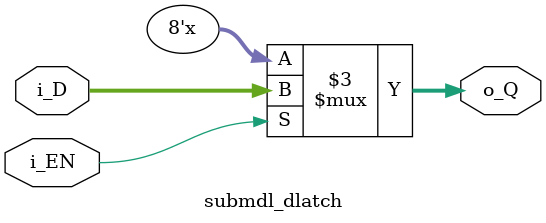
<source format=v>
module IKA2151_reg #(
    parameter USE_BRAM_FOR_SR8 = 0,  
    parameter USE_BRAM_FOR_SR32 = 0
    ) (
    //master clock
    input   wire            i_EMUCLK, //emulator master clock

    //core internal reset
    input   wire            i_MRST_n,

    //internal clock
    input   wire            i_phi1_PCEN_n, //positive edge clock enable for emulation
    input   wire            i_phi1_NCEN_n, //engative edge clock enable for emulation

    //timings
    input   wire            i_CYCLE_31,

    //control/address
    input   wire            i_CS_n,
    input   wire            i_RD_n,
    input   wire            i_WR_n,
    input   wire            i_A0,

    //bus data io
    input   wire    [7:0]   i_D,
    output  wire    [7:0]   o_D,

    //output driver enable
    output  wire            o_CTRL_OE_n,

    //timer input
    input   wire            i_TIMERA_FLAG,
    input   wire            i_TIMERB_FLAG,
    input   wire            i_TIMERA_OVFL,

    //register output
    output  reg     [7:0]   o_TEST,     //0x01      TEST register

    output  wire    [1:0]   o_CT,       //0x1B[7:6] CT2/CT1

    output  reg             o_NE,       //0x0F[7]   Noise Enable
    output  reg     [4:0]   o_NFRQ,     //0x0F[4:0] Noise Frequency

    output  reg     [7:0]   o_CLKA1,    //0x10      Timer A D[9:2]
    output  reg     [1:0]   o_CLKA2,    //0x11      Timer A D[1:0]
    output  reg     [7:0]   o_CLKB,     //0x12      Timer B
    output  reg     [5:0]   o_TIMERCTRL,//0x14      Timer Control

    output  reg     [7:0]   o_LFRQ,     //0x18      LFO frequency
    output  reg     [6:0]   o_PMD,      //0x19[6:0] D[7] == 1
    output  reg     [6:0]   o_AMD,      //0x19[6:0] D[7] == 0
    output  reg     [1:0]   o_W,        //0x1B[1:0] Waveform type
    output  wire            o_LFRQ_UPDATE,

    //PG
    output  wire    [6:0]   o_KC, 
    output  wire    [5:0]   o_KF, 
    output  wire    [2:0]   o_PMS,
    output  wire    [1:0]   o_DT2,
    output  wire    [2:0]   o_DT1,
    output  wire    [3:0]   o_MUL,

    //EG
    output  wire            o_KON,
    output  wire    [1:0]   o_KS,
    output  wire    [4:0]   o_AR,
    output  wire    [4:0]   o_D1R,
    output  wire    [4:0]   o_D2R,
    output  wire    [3:0]   o_RR,
    output  wire    [3:0]   o_D1L,
    output  wire    [3:0]   o_TL,
    output  wire    [1:0]   o_AMS,

    //OP
    output  wire    [2:0]   o_ALG,

    //ACC
    output  wire    [1:0]   o_RL,

    //input data for test registers
    input   wire            i_REG_LFO_CLK
);



///////////////////////////////////////////////////////////
//////  Clock and reset
////

wire            phi1pcen_n = i_phi1_PCEN_n;
wire            phi1ncen_n = i_phi1_NCEN_n;
wire            mrst_n = i_MRST_n;



///////////////////////////////////////////////////////////
//////  Bus/control data inlatch and synchronizer
////

//3.58MHz phiM and 1.79MHz phi1 would be too slow to catch up
//bus transaction speed. So the chip "latch" the input first.
//3-stage DFF chain will synchronize the data then.

//latch outputs
wire    [7:0]   bus_inlatch;
wire            dreg_rq_inlatch, areg_rq_inlatch;

//Synchronizer DFF
reg             dreg_rq_synced0, dreg_rq_synced1, dreg_rq_synced2;
reg             areg_rq_synced0, areg_rq_synced1, areg_rq_synced2;
wire            data_ld = dreg_rq_synced2;
wire            addr_ld = areg_rq_synced2;
always @(posedge i_EMUCLK or negedge mrst_n) begin
    if(!mrst_n) begin
        dreg_rq_synced0 <= 1'b0;
        dreg_rq_synced1 <= 1'b0;
        dreg_rq_synced2 <= 1'b0;

        areg_rq_synced0 <= 1'b0;
        areg_rq_synced1 <= 1'b0;
        areg_rq_synced2 <= 1'b0;
    end
    else begin
        if(!phi1ncen_n) begin
            //data load
            dreg_rq_synced0 <= dreg_rq_inlatch;
            dreg_rq_synced2 <= dreg_rq_synced1;

            //address load
            areg_rq_synced0 <= areg_rq_inlatch;
            areg_rq_synced2 <= areg_rq_synced1;
        end

        if(!phi1pcen_n) begin
            //data load
            dreg_rq_synced1 <= dreg_rq_synced0;

            //address load
            areg_rq_synced1 <= areg_rq_synced0;
        end
    end
end

//D latch
submdl_dlatch #(.WIDTH(8)) BUS_INLATCH (
    .i_EN(|{i_CS_n, i_WR_n}), .i_D(i_D), .i_Q(bus_inlatch)
);

//SR latch
submdl_srlatch DREG_RQ_INLATCH (
    .i_S(~(|{i_CS_n, i_WR_n, ~i_A0, ~mrst_n} | dreg_rq_synced1)), .i_R(dreg_rq_synced1), .o_Q(dreg_rq_inlatch)
);
submdl_srlatch AREG_RQ_INLATCH (
    .i_S(~(|{i_CS_n, i_WR_n,  i_A0, ~mrst_n} | areg_rq_synced1)), .i_R(areg_rq_synced1), .o_Q(areg_rq_inlatch)
);



///////////////////////////////////////////////////////////
//////  Loreg decoder
////

wire            reg10_en, reg11_en, reg12_en, reg14_en; //timer related
wire            reg01_en; //test register
wire            reg0f_en; //noise generator
wire            reg19_en; //vibrato
wire            reg18_en; //LFO
wire            reg1b_en; //GPO
wire            reg08_en; //KON register

assign  o_LFRQ_UPDATE = reg18_en; //LFO frequency update flag;

submdl_loreg_decoder #(.TARGET_ADDR(8'h10)) REG10 (
    .i_EMUCLK(i_EMUCLK), .i_phi1_NCEN_n(phi1ncen_n),
    .i_ADDR(bus_inlatch), .i_ADDR_LD(addr_ld), .i_DATA_LD(data_ld), .o_REG_LD(reg10_en)
);

submdl_loreg_decoder #(.TARGET_ADDR(8'h11)) REG11 (
    .i_EMUCLK(i_EMUCLK), .i_phi1_NCEN_n(phi1ncen_n),
    .i_ADDR(bus_inlatch), .i_ADDR_LD(addr_ld), .i_DATA_LD(data_ld), .o_REG_LD(reg11_en)
);

submdl_loreg_decoder #(.TARGET_ADDR(8'h12)) REG12 (
    .i_EMUCLK(i_EMUCLK), .i_phi1_NCEN_n(phi1ncen_n),
    .i_ADDR(bus_inlatch), .i_ADDR_LD(addr_ld), .i_DATA_LD(data_ld), .o_REG_LD(reg12_en)
);

submdl_loreg_decoder #(.TARGET_ADDR(8'h14)) REG14 (
    .i_EMUCLK(i_EMUCLK), .i_phi1_NCEN_n(phi1ncen_n),
    .i_ADDR(bus_inlatch), .i_ADDR_LD(addr_ld), .i_DATA_LD(data_ld), .o_REG_LD(reg14_en)
);

submdl_loreg_decoder #(.TARGET_ADDR(8'h01)) REG01 (
    .i_EMUCLK(i_EMUCLK), .i_phi1_NCEN_n(phi1ncen_n),
    .i_ADDR(bus_inlatch), .i_ADDR_LD(addr_ld), .i_DATA_LD(data_ld), .o_REG_LD(reg01_en)
);

submdl_loreg_decoder #(.TARGET_ADDR(8'h0f)) REG0f (
    .i_EMUCLK(i_EMUCLK), .i_phi1_NCEN_n(phi1ncen_n),
    .i_ADDR(bus_inlatch), .i_ADDR_LD(addr_ld), .i_DATA_LD(data_ld), .o_REG_LD(reg0f_en)
);

submdl_loreg_decoder #(.TARGET_ADDR(8'h19)) REG19 (
    .i_EMUCLK(i_EMUCLK), .i_phi1_NCEN_n(phi1ncen_n),
    .i_ADDR(bus_inlatch), .i_ADDR_LD(addr_ld), .i_DATA_LD(data_ld), .o_REG_LD(reg19_en)
);

submdl_loreg_decoder #(.TARGET_ADDR(8'h18)) REG18 (
    .i_EMUCLK(i_EMUCLK), .i_phi1_NCEN_n(phi1ncen_n),
    .i_ADDR(bus_inlatch), .i_ADDR_LD(addr_ld), .i_DATA_LD(data_ld), .o_REG_LD(reg18_en)
);

submdl_loreg_decoder #(.TARGET_ADDR(8'h1b)) REG1b (
    .i_EMUCLK(i_EMUCLK), .i_phi1_NCEN_n(phi1ncen_n),
    .i_ADDR(bus_inlatch), .i_ADDR_LD(addr_ld), .i_DATA_LD(data_ld), .o_REG_LD(reg1b_en)
);

submdl_loreg_decoder #(.TARGET_ADDR(8'h08)) REG08 (
    .i_EMUCLK(i_EMUCLK), .i_phi1_NCEN_n(phi1ncen_n),
    .i_ADDR(bus_inlatch), .i_ADDR_LD(addr_ld), .i_DATA_LD(data_ld), .o_REG_LD(reg08_en)
);



///////////////////////////////////////////////////////////
//////  Hireg temp register, flags, decoder
////

//
//  TEMPORARY ADDRESS REGISTER FOR HIREG
//

//hireg temporary address register load enable
wire            hireg_addrreg_en = (addr_ld & (bus_inlatch[7:5] != 3'b000)); //not 000X_XXXX

//hireg "address" temporary register with async reset
reg     [7:0]   hireg_addr;
always @(posedge i_EMUCLK or negedge mrst_n) begin
    if(!mrst_n) begin
        hireg_addr <= 8'hFF;
    end
    else begin
        if(!phi1pcen_n) begin
            if(hireg_addrreg_en) hireg_addr <= bus_inlatch;
        end
    end
end

//hireg address valid flag, reset when the address input is loreg
reg             hireg_addr_valid;
always @(posedge i_EMUCLK) begin
    if(!phi1ncen_n) begin
        hireg_addr_valid <= hireg_addrreg_en | (hireg_addr_valid & ~addr_ld);
    end
end


//
//  TEMPORARY DATA REGISTER FOR HIREG
//

//hireg temporary data register load enable
wire            hireg_datareg_en = data_ld & hireg_addr_valid;

//hireg "data" temporary register with async reset
reg     [7:0]   hireg_data;
always @(posedge i_EMUCLK or negedge mrst_n) begin
    if(!mrst_n) begin
        hireg_addr <= 8'hFF;
    end
    else begin
        if(!phi1pcen_n) begin
            if(hireg_datareg_en) hireg_data <= bus_inlatch;
        end
    end
end

//hireg data valid flag, reset when the data input is loreg
reg             hireg_data_valid;
always @(posedge i_EMUCLK) begin
    if(!phi1ncen_n) begin
        hireg_addr_valid <= hireg_addrreg_en | (hireg_addr_valid & ~addr_ld);
    end
end


//
//  HIREG ADDRESS COUNTER
//

reg     [4:0]   hireg_addrcntr;
always @(posedge i_EMUCLK) begin
    if(!phi1pcen_n) begin
        if(i_CYCLE_31) hireg_addrcntr <= 5'd0;
        else hireg_addrcntr <= (hireg_addrcntr == 5'd31) ? 5'd0 : hireg_addrcntr + 5'd1;
    end
end


//
//  DECODER
//

reg             reg38_3f_en; //PMS[6:4]/AMS[1:0]
reg             reg30_37_en; //KF[7:2]
reg             reg28_2f_en; //KC[6:0]
reg             reg20_27_en; //RL[7:6]/FL[5:3]/CONNECT(algorithm)[2:0]

reg             rege0_ff_en; //D1L[7:4]/RR[3:0]
reg             regc0_df_en; //DT2[7:6]/D2R[4:0]
reg             rega0_bf_en; //AMS-EN[7]/D1R[4:0]
reg             reg80_9f_en; //KS[7:6]/AR[4:0]
reg             reg60_7f_en; //TL[6:0]
reg             reg40_5f_en; //DT1[6:4]/MUL[3:0]

always @(posedge i_EMUCLK) begin
    if(!phi1ncen_n) begin
        reg38_3f_en <= (hireg_addr[7:3] == 5'b00111) & (hireg_addr[2:0] == hireg_addrcntr[2:0]) & hireg_data_valid;
        reg30_37_en <= (hireg_addr[7:3] == 5'b00110) & (hireg_addr[2:0] == hireg_addrcntr[2:0]) & hireg_data_valid;
        reg28_2f_en <= (hireg_addr[7:3] == 5'b00101) & (hireg_addr[2:0] == hireg_addrcntr[2:0]) & hireg_data_valid;
        reg20_27_en <= (hireg_addr[7:3] == 5'b00100) & (hireg_addr[2:0] == hireg_addrcntr[2:0]) & hireg_data_valid;

        rege0_ff_en <= (hireg_addr[7:5] == 3'b111)   & (hireg_addr[4:0] == hireg_addrcntr)      & hireg_data_valid;
        regc0_df_en <= (hireg_addr[7:5] == 3'b110)   & (hireg_addr[4:0] == hireg_addrcntr)      & hireg_data_valid;
        rega0_bf_en <= (hireg_addr[7:5] == 3'b101)   & (hireg_addr[4:0] == hireg_addrcntr)      & hireg_data_valid;
        reg80_9f_en <= (hireg_addr[7:5] == 3'b100)   & (hireg_addr[4:0] == hireg_addrcntr)      & hireg_data_valid;
        reg60_7f_en <= (hireg_addr[7:5] == 3'b011)   & (hireg_addr[4:0] == hireg_addrcntr)      & hireg_data_valid;
        reg40_5f_en <= (hireg_addr[7:5] == 3'b010)   & (hireg_addr[4:0] == hireg_addrcntr)      & hireg_data_valid;
    end
end



///////////////////////////////////////////////////////////
//////  Low registers
////

//
//  GENERAL STATIC REGISTERS
//

reg     [1:0]   ct_reg;
assign  o_CT[0] = ct_reg[0];
assign  o_CT[1] = o_TEST[3] ? i_REG_LFO_CLK : ct_reg[1]; //LSI test purpose

reg             csm_reg;
reg     [6:0]   kon_temp_reg;

always @(posedge i_EMUCLK) begin
    if(!phi1pcen_n) begin //positive edge!!
        if(!mrst_n) begin
            o_TEST          <= 8'h0;

            ct_reg          <= 2'b00;

            o_NE            <= 1'b0;
            o_NFRQ          <= 5'h00;

            o_CLKA1         <= 8'h0;
            o_CLKA2         <= 2'h0;
            o_CLKB          <= 8'h0;
            o_TIMERCTRL     <= 6'b00_00_00;

            o_LFRQ          <= 8'h00;
            o_PMD           <= 7'h00;
            o_AMD           <= 7'h00;
            o_W             <= 2'd0;

            csm_reg         <= 1'b0;
            kon_temp_reg    <= 7'b0000_000;
        end
        else begin
            o_TEST          <= reg01_en ? bus_inlatch      : o_TEST;

            ct_reg          <= reg1b_en ? bus_inlatch[7:6] : ct_reg;
            
            o_NE            <= reg0f_en ? bus_inlatch[7]   : o_NE;
            o_NFRQ          <= reg0f_en ? bus_inlatch[4:0] : o_NFRQ;

            o_CLKA1         <= reg10_en ? bus_inlatch      : o_CLKA1;
            o_CLKA2         <= reg11_en ? bus_inlatch[1:0] : o_CLKA2;
            o_CLKB          <= reg12_en ? bus_inlatch      : o_CLKB;
            o_TIMERCTRL     <= reg14_en ? bus_inlatch[5:0] : o_TIMERCTRL;

            o_LFRQ          <= reg18_en ? bus_inlatch      : o_LFRQ;
            o_PMD           <= reg19_en ? (bus_inlatch[7] == 1'b1) ? bus_inlatch[6:0] : o_PMD :
                                          o_PMD;
            o_AMD           <= reg19_en ? (bus_inlatch[7] == 1'b0) ? bus_inlatch[6:0] : o_AMD :
                                          o_AMD;
            o_W             <= reg1b_en ? bus_inlatch[1:0] : o_W;

            csm_reg         <= reg14_en ? bus_inlatch[7]   : csm_reg;
            kon_temp_reg    <= reg08_en ? bus_inlatch[6:0] : kon_temp_reg;
        end
    end
end


//
//  DYNAMIC REGISTERS FOR KON
//

reg             ch_equal, force_kon, force_kon_z;
always @(posedge i_EMUCLK) begin
    if(!phi1ncen_n) begin
        ch_equal <= hireg_addrcntr == {2'b00, kon_temp_reg[2:0]}; //channel number

        force_kon <= i_TIMERA_OVFL & csm_reg;
        force_kon_z <= force_kon;
    end
end

/*
    define 8-bit, 4-line, total 32-stage shift register(8*4)
    Data flows from LSB to MSB. The LSB of each line has a multiplexer
    to choose data to be written in the LSB register.
    When ch_equal is activated, new data from temporary kon reg is loaded.
    If not, it gets data from the MSB of the previous "line"
*/
reg             kon_m1, kon_m2, kon_c1, kon_c2;
reg     [7:0]   kon_sr_0_7, kon_sr_8_15, kon_sr_16_23, kon_sr_24_31;
always @(posedge i_EMUCLK) begin
    if(!phi1ncen_n) begin
        kon_m1 <= kon_temp_reg[3]; kon_m2 <= kon_temp_reg[5];
        kon_c1 <= kon_temp_reg[4]; kon_c2 <= kon_temp_reg[6];

        //line 1
        kon_sr_0_7[0] <= ch_equal ? kon_m1 : (kon_sr_24_31[7] & mrst_n);
        kon_sr_0_7[7:1] <= kon_sr_0_7[6:0];

        //line 2
        kon_sr_8_15[0] <= ch_equal ? kon_c2 : kon_sr_0_7[7];
        kon_sr_8_15[7:1] <= kon_sr_8_15[6:0];

        //line 3
        kon_sr_16_23[0] <= ch_equal ? kon_c1 : kon_sr_8_15[7];
        kon_sr_16_23[7:1] <= kon_sr_16_23[6:0];

        //line 4
        kon_sr_24_31[0] <= ch_equal ? kon_m2 : kon_sr_16_23[7];
        kon_sr_24_31[7:1] <= kon_sr_24_31[6:0];
    end
end

wire            kon_data = kon_sr_24_31[5] | force_kon_z;



///////////////////////////////////////////////////////////
//////  High registers
////

//
//  SR8 REGISTERS
//

/*
    8-stage sr for the data below:

    Address 38_3f : PMS[6:4]    AMS[1:0]
    Address 30_37 : KF[7:2]
    Address 28_2f : KC[6:0]
    Address 20_27 : RL[7:6]     FL[5:3]     CONNECT(algorithm)[2:0]
*/

//define register
reg     [2:0]   pms_reg[0:7]; //phase modulation sensitivity
reg     [1:0]   ams_reg[0:7]; //amplitude modulation sensitivity
reg     [5:0]   kf_reg[0:7];  //key fraction
reg     [6:0]   kc_reg[0:7];  //key code
reg     [2:0]   fl_reg[0:7];  //feedback level
reg     [2:0]   alg_reg[0:7]; //algorithm type
reg     [1:0]   rl_reg[0:7];  //right/left channel enable

//define taps
assign  o_PMS = !mrst_n ? 3'd0  : reg38_3f_en ? hireg_data[6:4] : pms_reg[7]; //input of stage 0
assign  o_KF = kf_reg[0];
assign  o_KC = kc_reg[0];
assign  o_FL = fl_reg[6];
assign  o_ALG = alg_reg[3];
assign  o_RL = rl_reg[4];

//first stage
always @(posedge i_EMUCLK) begin
    if(!phi1ncen_n) begin
        pms_reg[0] <= !mrst_n ? 3'd0  : reg38_3f_en ? hireg_data[6:4] : pms_reg[7];
        ams_reg[0] <= !mrst_n ? 2'd0  : reg38_3f_en ? hireg_data[1:0] : ams_reg[7];
        kf_reg[0]  <= !mrst_n ? 6'd0  : reg30_37_en ? hireg_data[7:2] : kf_reg[7]; 
        kc_reg[0]  <= !mrst_n ? 7'd0  : reg28_2f_en ? hireg_data[6:0] : kc_reg[7]; 
        fl_reg[0]  <= !mrst_n ? 3'd0  : reg20_27_en ? hireg_data[5:3] : fl_reg[7]; 
        alg_reg[0] <= !mrst_n ? 3'd0  : reg20_27_en ? hireg_data[2:0] : alg_reg[7];
        rl_reg[0]  <= !mrst_n ? 2'b00 : reg20_27_en ? hireg_data[7:6] : rl_reg[7]; 
    end
end

//the other stages
genvar stage;
generate
for(stage = 0; stage < 7; stage = stage + 1) begin : hireg_sr8
    always @(posedge i_EMUCLK) begin
        if(!phi1ncen_n) begin
            pms_reg[stage + 1] <= pms_reg[stage];
            ams_reg[stage + 1] <= ams_reg[stage];
            kf_reg[stage + 1]  <= kf_reg[stage];
            kc_reg[stage + 1]  <= kc_reg[stage];
            fl_reg[stage + 1]  <= fl_reg[stage];
            alg_reg[stage + 1] <= alg_reg[stage];
            rl_reg[stage + 1]  <= rl_reg[stage];
        end
    end
end
endgenerate


//
//  SR32 REGISTERS
//

/*
    32-stage sr for the data below:

    Address e0_ff : D1L[7:4]    RR[3:0]
    Address c0_df : DT2[7:6]    D2R[4:0]
    Address a0_bf : AMS-EN[7]   D1R[4:0]
    Address 80_9f : KS[7:6]     AR[4:0]
    Address 60_7f : TL[6:0]
    Address 40_5f : DT1[6:4]    MUL[3:0]
*/

//define register
reg     [1:0]   dt2_reg[0:31];  //detune2
reg     [2:0]   dt1_reg[0:31];  //detune1
reg     [3:0]   mul_reg[0:31];  //phase multuply
reg     [4:0]   ar_reg[0:31];   //attack rate
reg     [4:0]   d1r_reg[0:31];  //first decay rate
reg     [4:0]   d2r_reg[0:31];  //second decay rate
reg     [3:0]   rr_reg[0:31];   //release rate
reg     [3:0]   d1l_reg[0:31];  //first decay level
reg             amen_reg[0:31]; //amplitude modulation enable
reg     [1:0]   ks_reg[0:31];   //key scale
reg     [6:0]   tl_reg[0:31];   //total level

//define taps
assign  o_DT2 = dt2_reg[26];
assign  o_DT1 = dt1_reg[31];
assign  o_MUL = mul_reg[31];
assign  o_AR = ar_reg[31];
assign  o_D1R = d1r_reg[31];
assign  o_D2R = d2r_reg[31];
assign  o_RR = rr_reg[31];
assign  o_D1L = d1l_reg[31];
assign  o_KS = ks_reg[31];
assign  o_TL = tl_reg[31];

assign  o_AMS = ams_reg[7] & {2{amen_reg[31]}};

//first stage
always @(posedge i_EMUCLK) begin
    if(!phi1ncen_n) begin
        dt2_reg[0]  <= !mrst_n ? 2'd0 : regc0_df_en ? hireg_data[7:6] : dt2_reg[0];
        dt1_reg[0]  <= !mrst_n ? 3'd0 : reg40_5f_en ? hireg_data[6:4] : dt1_reg[0];
        mul_reg[0]  <= !mrst_n ? 4'd0 : reg40_5f_en ? hireg_data[3:0] : mul_reg[0];
        ar_reg[0]   <= !mrst_n ? 5'd0 : reg80_9f_en ? hireg_data[4:0] : ar_reg[0];
        d1r_reg[0]  <= !mrst_n ? 5'd0 : rega0_bf_en ? hireg_data[4:0] : d1r_reg[0];
        d2r_reg[0]  <= !mrst_n ? 5'd0 : regc0_df_en ? hireg_data[4:0] : d2r_reg[0];
        rr_reg[0]   <= !mrst_n ? 4'd0 : rege0_ff_en ? hireg_data[3:0] : rr_reg[0];
        d1l_reg[0]  <= !mrst_n ? 4'd0 : rege0_ff_en ? hireg_data[7:4] : d1l_reg[0];
        amen_reg[0] <= !mrst_n ? 1'b0 : rega0_bf_en ? hireg_data[7]   : amen_reg[0];
        ks_reg[0]   <= !mrst_n ? 2'd0 : reg80_9f_en ? hireg_data[7:6] : ks_reg[0] ;
        tl_reg[0]   <= !mrst_n ? 7'd0 : reg60_7f_en ? hireg_data[6:0] : tl_reg[0] ;
    end
end

//the other stages
generate
for(stage = 0; stage < 31; stage = stage + 1) begin : hireg_sr32
    always @(posedge i_EMUCLK) begin
        if(!phi1ncen_n) begin
            dt2_reg[stage + 1]  <= dt2_reg[stage];
            dt1_reg[stage + 1]  <= dt1_reg[stage];
            mul_reg[stage + 1]  <= mul_reg[stage];
            ar_reg[stage + 1]   <= ar_reg[stage];
            d1r_reg[stage + 1]  <= d1r_reg[stage];
            d2r_reg[stage + 1]  <= d2r_reg[stage];
            rr_reg[stage + 1]   <= rr_reg[stage];
            d1l_reg[stage + 1]  <= d1l_reg[stage];
            amen_reg[stage + 1] <= amen_reg[stage];
            ks_reg[stage + 1]   <= ks_reg[stage];
            tl_reg[stage + 1]   <= tl_reg[stage];
        end
    end
end
endgenerate



///////////////////////////////////////////////////////////
//////  Read-only register multiplexer
////














endmodule

module submdl_loreg_decoder #(parameter TARGET_ADDR = 8'h00 ) (
    //master clock
    input   wire            i_EMUCLK, //emulator master clock

    //internal clock
    input   wire            i_phi1_NCEN_n, //engative edge clock enable for emulation

    //address to be decoded
    input   wire    [7:0]   i_ADDR,

    input   wire            i_ADDR_LD,
    input   wire            i_DATA_LD,

    output  wire            o_REG_LD
);

reg             loreg_addr_valid;
always @(posedge i_EMUCLK) begin
    if(!i_phi1_NCEN_n) begin
        loreg_addr_valid <= ((TARGET_ADDR == i_ADDR) & i_ADDR_LD) | (loreg_addr_valid & ~i_ADDR_LD);
    end
end

assign  o_REG_LD = loreg_addr_valid & i_DATA_LD;

endmodule

//submodule : SR latch
module submdl_srlatch (
    input   wire            i_S,
    input   wire            i_R,
    output  reg             o_Q
);

always @(*) begin
    case({i_S, i_R})
        2'b00: o_Q <= o_Q;
        2'b01: o_Q <= 1'b0;
        2'b10: o_Q <= 1'b1;
        2'b11: o_Q <= 1'b0; //invalid
    endcase
end

endmodule

//submodule : D latch
module submdl_dlatch #(parameter WIDTH = 8 ) (
    //master clock
    input   wire                    i_EN,
    input   wire    [WIDTH-1:0]     i_D,
    output  reg     [WIDTH-1:0]     o_Q
);

always @(*) begin
    if(i_EN) o_Q <= i_D;
    else o_Q <= o_Q;
end

endmodule
</source>
